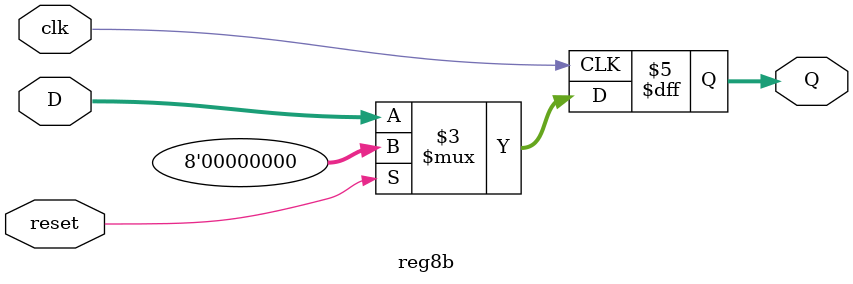
<source format=v>
`timescale 1ns / 1ps


module reg8b(
    input reset,
    input clk,
    input [7:0] D,
    output [7:0] Q
    );

reg [7:0] Q;

always @(posedge clk)
    if(reset)
        Q = 0;
    else
        Q = D;    
    

endmodule

</source>
